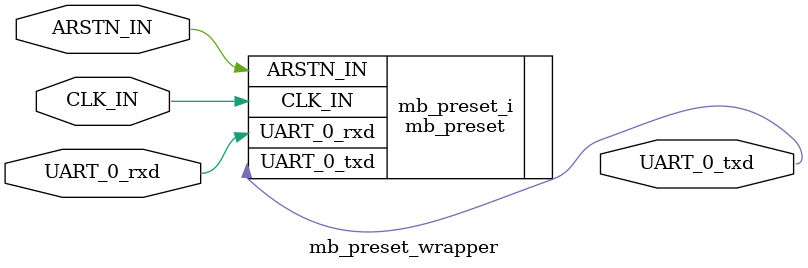
<source format=v>
`timescale 1 ps / 1 ps

module mb_preset_wrapper
   (ARSTN_IN,
    CLK_IN,
    UART_0_rxd,
    UART_0_txd);
  input ARSTN_IN;
  input CLK_IN;
  input UART_0_rxd;
  output UART_0_txd;

  wire ARSTN_IN;
  wire CLK_IN;
  wire UART_0_rxd;
  wire UART_0_txd;

  mb_preset mb_preset_i
       (.ARSTN_IN(ARSTN_IN),
        .CLK_IN(CLK_IN),
        .UART_0_rxd(UART_0_rxd),
        .UART_0_txd(UART_0_txd));
endmodule

</source>
